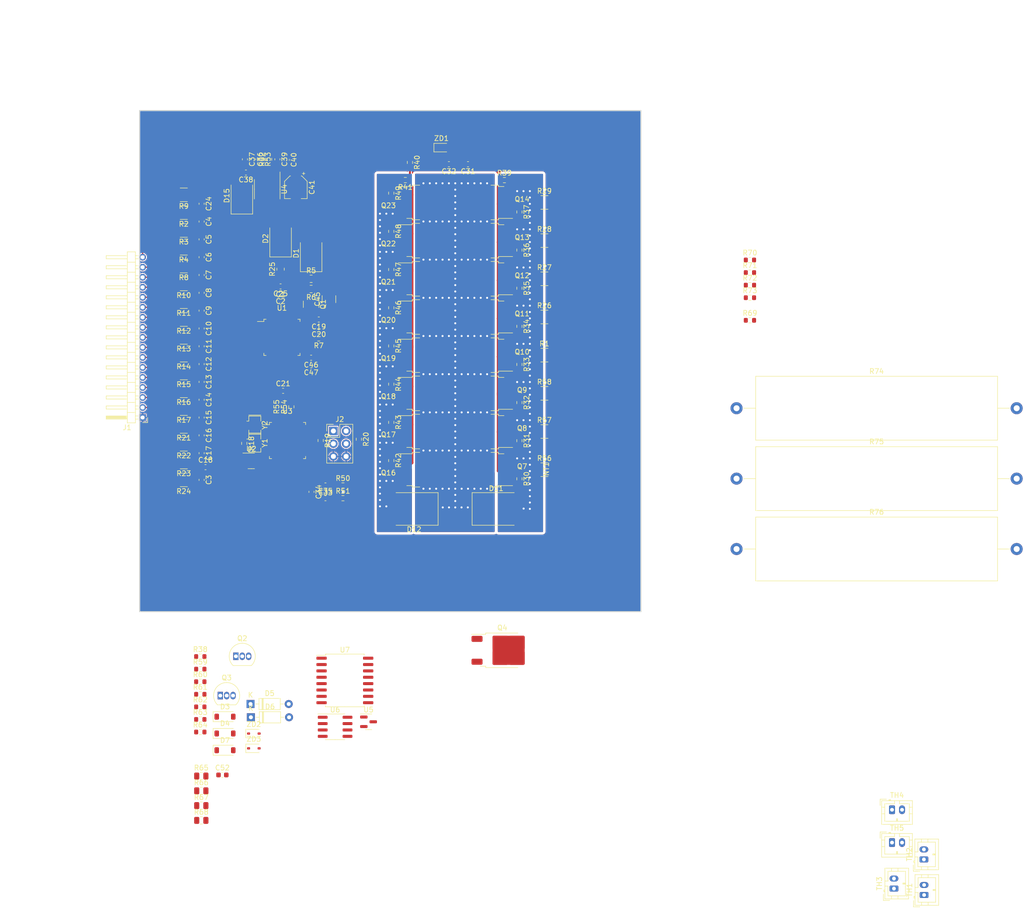
<source format=kicad_pcb>
(kicad_pcb (version 20221018) (generator pcbnew)

  (general
    (thickness 1.6)
  )

  (paper "A4")
  (layers
    (0 "F.Cu" signal)
    (31 "B.Cu" signal)
    (32 "B.Adhes" user "B.Adhesive")
    (33 "F.Adhes" user "F.Adhesive")
    (34 "B.Paste" user)
    (35 "F.Paste" user)
    (36 "B.SilkS" user "B.Silkscreen")
    (37 "F.SilkS" user "F.Silkscreen")
    (38 "B.Mask" user)
    (39 "F.Mask" user)
    (40 "Dwgs.User" user "User.Drawings")
    (41 "Cmts.User" user "User.Comments")
    (42 "Eco1.User" user "User.Eco1")
    (43 "Eco2.User" user "User.Eco2")
    (44 "Edge.Cuts" user)
    (45 "Margin" user)
    (46 "B.CrtYd" user "B.Courtyard")
    (47 "F.CrtYd" user "F.Courtyard")
    (48 "B.Fab" user)
    (49 "F.Fab" user)
    (50 "User.1" user)
    (51 "User.2" user)
    (52 "User.3" user)
    (53 "User.4" user)
    (54 "User.5" user)
    (55 "User.6" user)
    (56 "User.7" user)
    (57 "User.8" user)
    (58 "User.9" user)
  )

  (setup
    (stackup
      (layer "F.SilkS" (type "Top Silk Screen") (color "White"))
      (layer "F.Paste" (type "Top Solder Paste"))
      (layer "F.Mask" (type "Top Solder Mask") (color "Purple") (thickness 0.01))
      (layer "F.Cu" (type "copper") (thickness 0.035))
      (layer "dielectric 1" (type "core") (thickness 1.51) (material "FR4") (epsilon_r 4.5) (loss_tangent 0.02))
      (layer "B.Cu" (type "copper") (thickness 0.035))
      (layer "B.Mask" (type "Bottom Solder Mask") (color "Purple") (thickness 0.01))
      (layer "B.Paste" (type "Bottom Solder Paste"))
      (layer "B.SilkS" (type "Bottom Silk Screen") (color "White"))
      (copper_finish "None")
      (dielectric_constraints no)
    )
    (pad_to_mask_clearance 0)
    (grid_origin 82.365773 91.573261)
    (pcbplotparams
      (layerselection 0x00010fc_ffffffff)
      (plot_on_all_layers_selection 0x0000000_00000000)
      (disableapertmacros false)
      (usegerberextensions false)
      (usegerberattributes true)
      (usegerberadvancedattributes true)
      (creategerberjobfile true)
      (dashed_line_dash_ratio 12.000000)
      (dashed_line_gap_ratio 3.000000)
      (svgprecision 6)
      (plotframeref false)
      (viasonmask false)
      (mode 1)
      (useauxorigin false)
      (hpglpennumber 1)
      (hpglpenspeed 20)
      (hpglpendiameter 15.000000)
      (dxfpolygonmode true)
      (dxfimperialunits true)
      (dxfusepcbnewfont true)
      (psnegative false)
      (psa4output false)
      (plotreference true)
      (plotvalue true)
      (plotinvisibletext false)
      (sketchpadsonfab false)
      (subtractmaskfromsilk false)
      (outputformat 1)
      (mirror false)
      (drillshape 1)
      (scaleselection 1)
      (outputdirectory "")
    )
  )

  (net 0 "")
  (net 1 "/Protector/BAT")
  (net 2 "/Protector/CP1")
  (net 3 "/Protector/VC0")
  (net 4 "/Protector/VC15")
  (net 5 "/Protector/VC14")
  (net 6 "/Protector/VC13")
  (net 7 "/Protector/VC12")
  (net 8 "/Protector/VC11")
  (net 9 "/Protector/VC10")
  (net 10 "/Protector/VC9")
  (net 11 "/Protector/VC8")
  (net 12 "/Protector/VC7")
  (net 13 "/Protector/VC6")
  (net 14 "/Protector/VC5")
  (net 15 "/Protector/VC4")
  (net 16 "/Protector/VC3")
  (net 17 "Net-(C31-Pad2)")
  (net 18 "/Protector/VC2")
  (net 19 "/Protector/VC1")
  (net 20 "/Protector/REGIN")
  (net 21 "/5VReg_EN")
  (net 22 "/Protector/SRP")
  (net 23 "/Protector/SRN")
  (net 24 "+BATT")
  (net 25 "Net-(Q1-D)")
  (net 26 "Net-(U1-REG18)")
  (net 27 "Net-(D1-K)")
  (net 28 "Net-(D2-K)")
  (net 29 "/Protector/VC16")
  (net 30 "/High Side Fets/PACK+")
  (net 31 "/Protector/REG2")
  (net 32 "/High Side Fets/CD")
  (net 33 "/VC15")
  (net 34 "/High Side Fets/Cgate")
  (net 35 "Net-(Q7-G)")
  (net 36 "Net-(Q8-G)")
  (net 37 "Net-(Q9-G)")
  (net 38 "Net-(Q10-G)")
  (net 39 "Net-(Q11-G)")
  (net 40 "Net-(Q12-G)")
  (net 41 "Net-(Q13-G)")
  (net 42 "Net-(Q14-G)")
  (net 43 "Net-(D3-A)")
  (net 44 "/High Side Fets/Dgate")
  (net 45 "Net-(D4-A)")
  (net 46 "/SDA")
  (net 47 "/SCL")
  (net 48 "Net-(Q16-G)")
  (net 49 "Net-(Q17-G)")
  (net 50 "Net-(Q18-G)")
  (net 51 "Net-(D5-A)")
  (net 52 "Net-(Q19-G)")
  (net 53 "Net-(Q20-G)")
  (net 54 "Net-(Q21-G)")
  (net 55 "Net-(Q22-G)")
  (net 56 "Net-(Q23-G)")
  (net 57 "/High Side Fets/DSG")
  (net 58 "/High Side Fets/CHG")
  (net 59 "Net-(R5-Pad1)")
  (net 60 "Net-(U1-RST_SHUT)")
  (net 61 "/MCU/OSC32_IN")
  (net 62 "/MCU/OSC32_OUT")
  (net 63 "unconnected-(U1-NC-Pad19)")
  (net 64 "Net-(D7-K)")
  (net 65 "/Protector/BREG")
  (net 66 "Net-(Q2-C)")
  (net 67 "Net-(Q3-C)")
  (net 68 "unconnected-(U1-FUSE-Pad38)")
  (net 69 "Net-(Q4-G)")
  (net 70 "GND1")
  (net 71 "Net-(R62-Pad1)")
  (net 72 "Net-(R65-Pad1)")
  (net 73 "/Protector/LD")
  (net 74 "unconnected-(U1-NC-Pad44)")
  (net 75 "Net-(R67-Pad1)")
  (net 76 "/VC10")
  (net 77 "/VC5")
  (net 78 "GND")
  (net 79 "/VC14")
  (net 80 "/VC13")
  (net 81 "/VC12")
  (net 82 "/VC11")
  (net 83 "/VC9")
  (net 84 "/VC8")
  (net 85 "/VC7")
  (net 86 "/VC6")
  (net 87 "/VC1")
  (net 88 "/VC2")
  (net 89 "/VC3")
  (net 90 "/VC4")
  (net 91 "/MCU/OSC_IN")
  (net 92 "/MCU/OSC_OUT")
  (net 93 "/MCU/~{RST}")
  (net 94 "/MCU/BOOT1")
  (net 95 "/MCU/SWDIO")
  (net 96 "+3.3V")
  (net 97 "/MCU/SWCLK")
  (net 98 "/Protector/PACK")
  (net 99 "/MCU/BOOT0")
  (net 100 "/Protector/TS3")
  (net 101 "Net-(NT1-Pad1)")
  (net 102 "unconnected-(U3E-V_{BAT}-Pad1)")
  (net 103 "unconnected-(U3C-PC13-Pad2)")
  (net 104 "Net-(U4-FB)")
  (net 105 "+5V")
  (net 106 "Net-(J2-Pin_3)")
  (net 107 "Net-(J2-Pin_4)")
  (net 108 "Net-(U4-BST)")
  (net 109 "Net-(D15-K)")
  (net 110 "Net-(Q5-G)")
  (net 111 "unconnected-(U3A-PA0-Pad10)")
  (net 112 "unconnected-(U3A-PA1-Pad11)")
  (net 113 "unconnected-(U3A-PA2-Pad12)")
  (net 114 "unconnected-(U3A-PA3-Pad13)")
  (net 115 "unconnected-(U3A-PA4-Pad14)")
  (net 116 "unconnected-(U3A-PA5-Pad15)")
  (net 117 "unconnected-(U3A-PA6-Pad16)")
  (net 118 "unconnected-(U3A-PA7-Pad17)")
  (net 119 "unconnected-(U3B-PB0-Pad18)")
  (net 120 "unconnected-(U3B-PB1-Pad19)")
  (net 121 "unconnected-(U3B-PB10-Pad21)")
  (net 122 "unconnected-(U3B-PB11-Pad22)")
  (net 123 "unconnected-(U3B-PB12-Pad25)")
  (net 124 "unconnected-(U3B-PB13-Pad26)")
  (net 125 "unconnected-(U3B-PB14-Pad27)")
  (net 126 "unconnected-(U3B-PB15-Pad28)")
  (net 127 "unconnected-(U3A-PA8-Pad29)")
  (net 128 "unconnected-(U3A-PA9-Pad30)")
  (net 129 "unconnected-(U3A-PA10-Pad31)")
  (net 130 "/Protector/TS2")
  (net 131 "/Protector/TS1")
  (net 132 "unconnected-(U3A-PA15-Pad38)")
  (net 133 "unconnected-(U3B-PB3-Pad39)")
  (net 134 "unconnected-(U3B-PB4-Pad40)")
  (net 135 "unconnected-(U3B-PB5-Pad41)")
  (net 136 "unconnected-(U3B-PB8-Pad45)")
  (net 137 "unconnected-(U3B-PB9-Pad46)")
  (net 138 "/Protector/DCHG")
  (net 139 "/Protector/DDSG")
  (net 140 "/ALERT")
  (net 141 "/Protector/HDQ")
  (net 142 "/Protector/PDSG")
  (net 143 "/Protector/PCHG")
  (net 144 "/MCU/CAN_RX")
  (net 145 "/MCU/CAN_TX")
  (net 146 "/MCU/GND_{CAN}")
  (net 147 "/MCU/CAN_L")
  (net 148 "/MCU/CAN_H")
  (net 149 "/MCU/5V_{CAN}")
  (net 150 "unconnected-(U7-TM-Pad10)")
  (net 151 "Net-(Q6-G)")
  (net 152 "/High Side Fets/PDSG")
  (net 153 "Net-(Q15-S)")
  (net 154 "Net-(Q15-G)")
  (net 155 "/High Side Fets/PCHG")
  (net 156 "Net-(Q15-D)")
  (net 157 "Net-(Q6-D)")
  (net 158 "Net-(Q5-D)")

  (footprint "Capacitor_SMD:C_0603_1608Metric" (layer "F.Cu") (at 26.485773 92.335261 -90))

  (footprint "Resistor_SMD:R_0603_1608Metric" (layer "F.Cu") (at 26.220773 197.773661))

  (footprint "Capacitor_SMD:C_0603_1608Metric" (layer "F.Cu") (at 26.485773 147.453261 -90))

  (footprint "Resistor_SMD:R_1210_3225Metric" (layer "F.Cu") (at 22.929773 97.669261 180))

  (footprint "Capacitor_SMD:C_0603_1608Metric" (layer "F.Cu") (at 35.121773 83.470661 -90))

  (footprint "Resistor_SMD:R_0805_2012Metric" (layer "F.Cu") (at 48.329773 109.353261 180))

  (footprint "Resistor_SMD:R_0603_1608Metric" (layer "F.Cu") (at 57.849773 139.340261 -90))

  (footprint "Resistor_THT:R_Axial_Power_L48.0mm_W12.5mm_P55.88mm" (layer "F.Cu") (at 133.191173 161.249261))

  (footprint "Resistor_SMD:R_0603_1608Metric" (layer "F.Cu") (at 64.31653 143.596967 -90))

  (footprint "Resistor_SMD:R_0603_1608Metric" (layer "F.Cu") (at 89.881738 116.805353 -90))

  (footprint "Resistor_SMD:R_0603_1608Metric" (layer "F.Cu") (at 64.31653 128.346681 -90))

  (footprint "Resistor_SMD:R_0805_2012Metric" (layer "F.Cu") (at 26.420773 209.513661))

  (footprint "Diode_SMD:D_SMC" (layer "F.Cu") (at 85.244 153.25325))

  (footprint "NetTie:NetTie-2_SMD_Pad0.5mm" (layer "F.Cu") (at 96.462773 145.286261 90))

  (footprint "Resistor_SMD:R_0603_1608Metric" (layer "F.Cu") (at 89.881738 139.631555 -90))

  (footprint "Capacitor_SMD:C_0603_1608Metric" (layer "F.Cu") (at 48.329773 124.593261 180))

  (footprint "Resistor_SMD:R_0603_1608Metric" (layer "F.Cu") (at 50.229773 139.594261 -90))

  (footprint "Package_TO_SOT_THT:TO-92_Inline" (layer "F.Cu") (at 33.320173 182.657661))

  (footprint "Diode_SMD:D_SOD-123" (layer "F.Cu") (at 31.145773 194.713661))

  (footprint "Resistor_SMD:R_1210_3225Metric" (layer "F.Cu") (at 22.929773 140.341261 180))

  (footprint "Capacitor_SMD:C_0603_1608Metric" (layer "F.Cu") (at 26.485773 127.895261 -90))

  (footprint "Capacitor_SMD:C_1210_3225Metric" (layer "F.Cu") (at 51.885773 111.385261 90))

  (footprint "Capacitor_SMD:C_0603_1608Metric" (layer "F.Cu") (at 48.329773 123.069261 180))

  (footprint "Capacitor_SMD:C_0603_1608Metric" (layer "F.Cu") (at 30.630773 206.343661))

  (footprint "Resistor_SMD:R_1210_3225Metric" (layer "F.Cu") (at 94.863053 122.562261))

  (footprint "Resistor_SMD:R_0603_1608Metric" (layer "F.Cu") (at 26.220773 182.713661))

  (footprint "Package_TO_SOT_SMD:TO-252-2" (layer "F.Cu") (at 70.970773 107.322261))

  (footprint "Package_TO_SOT_SMD:TO-252-2" (layer "F.Cu") (at 70.970773 122.562261))

  (footprint "Package_TO_SOT_SMD:TO-252-2" (layer "F.Cu") (at 83.230773 137.802261 180))

  (footprint "Crystal:Resonator_SMD_Murata_CSTxExxV-3Pin_3.0x1.1mm" (layer "F.Cu") (at 37.094773 136.519261 -90))

  (footprint "Resistor_SMD:R_0603_1608Metric" (layer "F.Cu") (at 54.675905 148.570361))

  (footprint "Resistor_THT:R_Axial_Power_L48.0mm_W12.5mm_P55.88mm" (layer "F.Cu") (at 133.191173 147.199261))

  (footprint "Package_SO:SOIC-8-1EP_3.9x4.9mm_P1.27mm_EP2.29x3mm" (layer "F.Cu") (at 39.566773 89.439661 -90))

  (footprint "Package_TO_SOT_SMD:TO-252-2" (layer "F.Cu") (at 83.230773 99.702261 180))

  (footprint "Diode_SMD:D_SMC" (layer "F.Cu") (at 68.861 153.25325 180))

  (footprint "Capacitor_SMD:C_0603_1608Metric" (layer "F.Cu") (at 26.485773 138.563261 -90))

  (footprint "Resistor_SMD:R_0603_1608Metric" (layer "F.Cu") (at 67.121958 87.610822 180))

  (footprint "Package_TO_SOT_SMD:TO-252-2" (layer "F.Cu") (at 70.970773 114.942261))

  (footprint "Resistor_SMD:R_1210_3225Metric" (layer "F.Cu") (at 22.929773 122.561261 180))

  (footprint "Resistor_SMD:R_0805_2012Metric" (layer "F.Cu") (at 26.420773 215.413661))

  (footprint "Resistor_SMD:R_1210_3225Metric" (layer "F.Cu") (at 94.863053 99.702261))

  (footprint "Resistor_SMD:R_0603_1608Metric" (layer "F.Cu") (at 68.034458 84.089761 -90))

  (footprint "Capacitor_SMD:C_0603_1608Metric" (layer "F.Cu") (at 26.485773 110.115261 -90))

  (footprint "Capacitor_SMD:C_0603_1608Metric" (layer "F.Cu") (at 26.485773 135.007261 -90))

  (footprint "Capacitor_SMD:C_0603_1608Metric" (layer "F.Cu") (at 26.485773 120.783261 -90))

  (footprint "Resistor_SMD:R_1210_3225Metric" (layer "F.Cu") (at 94.863053 107.322261))

  (footprint "Resistor_SMD:R_0603_1608Metric" (layer "F.Cu") (at 54.675905 151.110361))

  (footprint "Resistor_SMD:R_0805_2012Metric" (layer "F.Cu") (at 42.233773 105.392761 90))

  (footprint "Package_TO_SOT_SMD:SOT-23" (layer "F.Cu") (at 48.329773 112.401261 -90))

  (footprint "Capacitor_SMD:C_0603_1608Metric" (layer "F.Cu")
    (tstamp 4aa2c192-6ef1-49bb-be29-bec70414fb91)
    (at 26.485773 131.451261 -90)
    (descr "Capacitor SMD 0603 (1608 Metric), square (rectangular) end terminal, IPC_7351 nominal, (Body size source: IPC-SM-782 page 76, https://www.pcb-3d.com/wordpress/wp-content/uploads/ipc-sm-782a_amendment_1_and_2.pdf), generated with kicad-footprint-generator")
    (tags "capacitor")
    (property "Sheetfile" "protector.kicad_sch")
    (property "Sheetname" "Protector")
    (property "Src_Page" "20")
    (property "Src_Value" "C_ine")
    (property "ki_description" "Unpolarized capacitor")
    (property "ki_keywords" "cap capacitor")
    (path "/c3867ae4-097b-46e0-8b44-ee49ae794c11/94869527-4982-4296-8688-d03f1427a4f0")
    (attr smd)
    (fp_text reference "C14" (at 0 -1.43 90) (layer "F.SilkS")
        (effects (font (size 1 1) (thickness 0.15)))
      (tstamp f5a15128-a562-49bc-ba54-b3bb724a3727)
    )
    (fp_text value "220n" (at 0 1.43 90) (layer "F.Fab")
        (effects (font (size 1 1) (thickness 0.15)))
      (tstamp c51490ec-552c-46fe-ad36-b062e03a1673)
    )
    (fp_text user "${REFERENCE}" (at 0 0 90) (layer "F.Fab")
        (effects (font (size 0.4 0.4) (thickness 0.06)))
      (tstamp 83c023b1-fc0d-4c58-9c7e-9b5ca200c1cc)
    )
    (fp_line (start -0.14058 -0.51) (end 0.14058 -0.51)
      (stroke (width 0.12) (type solid)) (layer "F.SilkS") (tstamp b8a81320-1275-405a-9625-966ee501b8dd))
    (fp_line (start -0.14058 0.51) (end 0.14058 0.51)
      (stroke (width 0.12) (type solid)) (layer "F.SilkS") (tstamp 170dc64e-69ce-4b8f-905f-bcb1a4ab1b15))
    (fp_line (start -1.48 -0.73) (end 1.48 -0.73)
      (stroke (width 0.05) (type solid)) (layer "F.CrtYd") (tstamp 8d5248ac-94ea-4da1-b8fc-bf18dd02997b))
    (fp_line (start -1.48 0.73) (end -1.48 -0.73)
      (stroke (width 0.05) (type solid)) (layer "F.CrtYd") (tstamp c87b35b7-6e70-4541-a189-8926a5a7ef96))
    (fp_line (start 1.48 -0.73) (end 1.48 0.73)
      (stroke (width 0.05) (type solid)) (layer "F.CrtYd") (tstamp 47c5dfa8-85ef-4ba3-8780-ed124052291c))
    (fp_line (start 1.48 0.73) (end -1.48 0.73)
      (stroke (width 0.05) (type solid)) (layer "F.CrtYd") (tstamp bf84a722-c17f-4d41-928b-2386dc954eea))
    (fp_line (start -0.8 -0.4) (end 0.8 -0.4)
      (stroke (width 0.1) (type solid)) (layer "F.Fab") (tstamp 84e678ab-21cb-4f18-87
... [1128065 chars truncated]
</source>
